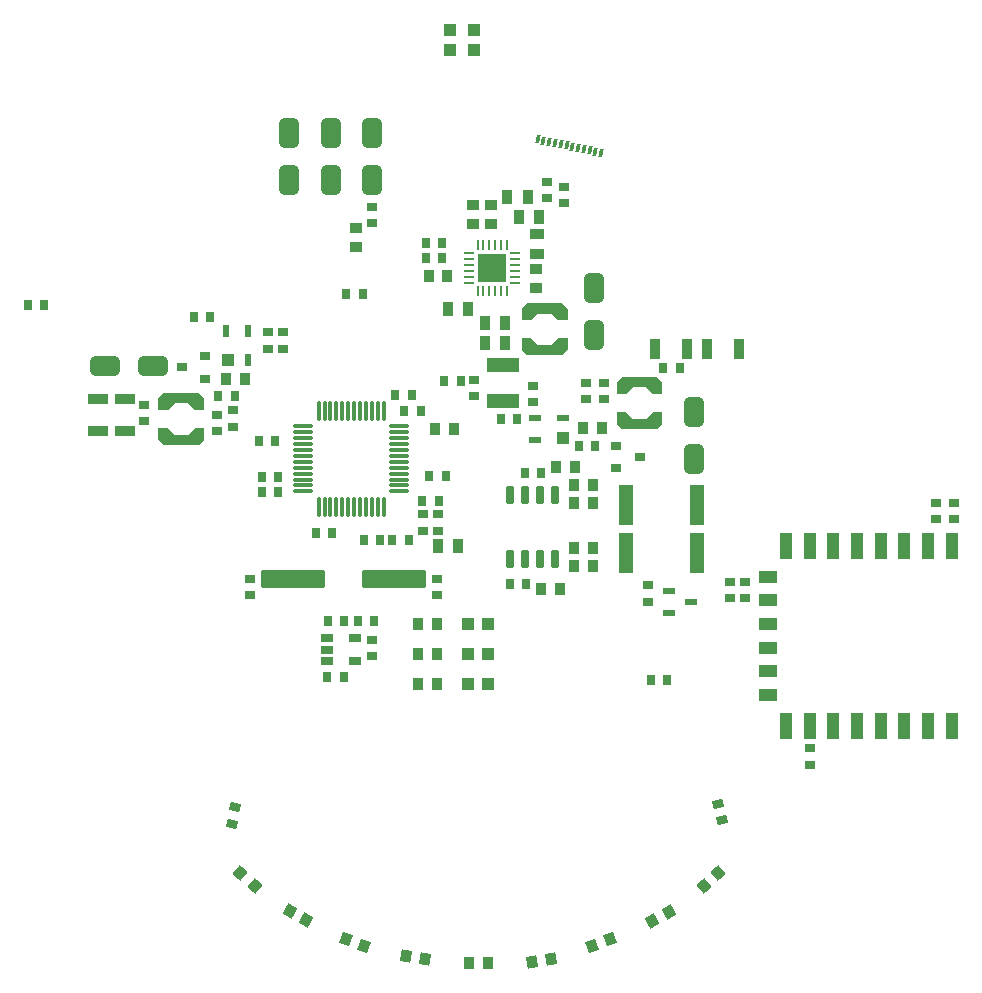
<source format=gtp>
G04 Layer_Color=8421504*
%FSLAX25Y25*%
%MOIN*%
G70*
G01*
G75*
G04:AMPARAMS|DCode=10|XSize=98.42mil|YSize=66.93mil|CornerRadius=16.73mil|HoleSize=0mil|Usage=FLASHONLY|Rotation=270.000|XOffset=0mil|YOffset=0mil|HoleType=Round|Shape=RoundedRectangle|*
%AMROUNDEDRECTD10*
21,1,0.09842,0.03347,0,0,270.0*
21,1,0.06496,0.06693,0,0,270.0*
1,1,0.03346,-0.01673,-0.03248*
1,1,0.03346,-0.01673,0.03248*
1,1,0.03346,0.01673,0.03248*
1,1,0.03346,0.01673,-0.03248*
%
%ADD10ROUNDEDRECTD10*%
%ADD11R,0.02756X0.03543*%
G04:AMPARAMS|DCode=12|XSize=12.6mil|YSize=27.56mil|CornerRadius=0mil|HoleSize=0mil|Usage=FLASHONLY|Rotation=168.000|XOffset=0mil|YOffset=0mil|HoleType=Round|Shape=Rectangle|*
%AMROTATEDRECTD12*
4,1,4,0.00903,0.01217,0.00330,-0.01479,-0.00903,-0.01217,-0.00330,0.01479,0.00903,0.01217,0.0*
%
%ADD12ROTATEDRECTD12*%

%ADD13R,0.07874X0.01968*%
%ADD14R,0.04921X0.13189*%
%ADD15R,0.03543X0.02756*%
%ADD16R,0.10630X0.04528*%
G04:AMPARAMS|DCode=17|XSize=39.37mil|YSize=35.43mil|CornerRadius=0mil|HoleSize=0mil|Usage=FLASHONLY|Rotation=130.000|XOffset=0mil|YOffset=0mil|HoleType=Round|Shape=Rectangle|*
%AMROTATEDRECTD17*
4,1,4,0.02623,-0.00369,-0.00092,-0.02647,-0.02623,0.00369,0.00092,0.02647,0.02623,-0.00369,0.0*
%
%ADD17ROTATEDRECTD17*%

G04:AMPARAMS|DCode=18|XSize=39.37mil|YSize=35.43mil|CornerRadius=0mil|HoleSize=0mil|Usage=FLASHONLY|Rotation=120.000|XOffset=0mil|YOffset=0mil|HoleType=Round|Shape=Rectangle|*
%AMROTATEDRECTD18*
4,1,4,0.02519,-0.00819,-0.00550,-0.02591,-0.02519,0.00819,0.00550,0.02591,0.02519,-0.00819,0.0*
%
%ADD18ROTATEDRECTD18*%

G04:AMPARAMS|DCode=19|XSize=39.37mil|YSize=35.43mil|CornerRadius=0mil|HoleSize=0mil|Usage=FLASHONLY|Rotation=110.000|XOffset=0mil|YOffset=0mil|HoleType=Round|Shape=Rectangle|*
%AMROTATEDRECTD19*
4,1,4,0.02338,-0.01244,-0.00991,-0.02456,-0.02338,0.01244,0.00991,0.02456,0.02338,-0.01244,0.0*
%
%ADD19ROTATEDRECTD19*%

G04:AMPARAMS|DCode=20|XSize=39.37mil|YSize=35.43mil|CornerRadius=0mil|HoleSize=0mil|Usage=FLASHONLY|Rotation=100.000|XOffset=0mil|YOffset=0mil|HoleType=Round|Shape=Rectangle|*
%AMROTATEDRECTD20*
4,1,4,0.02087,-0.01631,-0.01403,-0.02246,-0.02087,0.01631,0.01403,0.02246,0.02087,-0.01631,0.0*
%
%ADD20ROTATEDRECTD20*%

%ADD21R,0.03543X0.03937*%
G04:AMPARAMS|DCode=22|XSize=39.37mil|YSize=35.43mil|CornerRadius=0mil|HoleSize=0mil|Usage=FLASHONLY|Rotation=80.000|XOffset=0mil|YOffset=0mil|HoleType=Round|Shape=Rectangle|*
%AMROTATEDRECTD22*
4,1,4,0.01403,-0.02246,-0.02087,-0.01631,-0.01403,0.02246,0.02087,0.01631,0.01403,-0.02246,0.0*
%
%ADD22ROTATEDRECTD22*%

G04:AMPARAMS|DCode=23|XSize=39.37mil|YSize=35.43mil|CornerRadius=0mil|HoleSize=0mil|Usage=FLASHONLY|Rotation=70.000|XOffset=0mil|YOffset=0mil|HoleType=Round|Shape=Rectangle|*
%AMROTATEDRECTD23*
4,1,4,0.00991,-0.02456,-0.02338,-0.01244,-0.00991,0.02456,0.02338,0.01244,0.00991,-0.02456,0.0*
%
%ADD23ROTATEDRECTD23*%

G04:AMPARAMS|DCode=24|XSize=39.37mil|YSize=35.43mil|CornerRadius=0mil|HoleSize=0mil|Usage=FLASHONLY|Rotation=60.000|XOffset=0mil|YOffset=0mil|HoleType=Round|Shape=Rectangle|*
%AMROTATEDRECTD24*
4,1,4,0.00550,-0.02591,-0.02519,-0.00819,-0.00550,0.02591,0.02519,0.00819,0.00550,-0.02591,0.0*
%
%ADD24ROTATEDRECTD24*%

G04:AMPARAMS|DCode=25|XSize=39.37mil|YSize=35.43mil|CornerRadius=0mil|HoleSize=0mil|Usage=FLASHONLY|Rotation=50.000|XOffset=0mil|YOffset=0mil|HoleType=Round|Shape=Rectangle|*
%AMROTATEDRECTD25*
4,1,4,0.00092,-0.02647,-0.02623,-0.00369,-0.00092,0.02647,0.02623,0.00369,0.00092,-0.02647,0.0*
%
%ADD25ROTATEDRECTD25*%

G04:AMPARAMS|DCode=26|XSize=35.43mil|YSize=27.56mil|CornerRadius=0mil|HoleSize=0mil|Usage=FLASHONLY|Rotation=192.000|XOffset=0mil|YOffset=0mil|HoleType=Round|Shape=Rectangle|*
%AMROTATEDRECTD26*
4,1,4,0.01446,0.01716,0.02019,-0.00979,-0.01446,-0.01716,-0.02019,0.00979,0.01446,0.01716,0.0*
%
%ADD26ROTATEDRECTD26*%

G04:AMPARAMS|DCode=27|XSize=35.43mil|YSize=27.56mil|CornerRadius=0mil|HoleSize=0mil|Usage=FLASHONLY|Rotation=168.000|XOffset=0mil|YOffset=0mil|HoleType=Round|Shape=Rectangle|*
%AMROTATEDRECTD27*
4,1,4,0.02019,0.00979,0.01446,-0.01716,-0.02019,-0.00979,-0.01446,0.01716,0.02019,0.00979,0.0*
%
%ADD27ROTATEDRECTD27*%

%ADD28R,0.03347X0.05118*%
%ADD29R,0.03937X0.03543*%
%ADD30R,0.05118X0.03347*%
%ADD31R,0.03740X0.06693*%
%ADD32R,0.06693X0.03740*%
G04:AMPARAMS|DCode=33|XSize=98.42mil|YSize=66.93mil|CornerRadius=16.73mil|HoleSize=0mil|Usage=FLASHONLY|Rotation=180.000|XOffset=0mil|YOffset=0mil|HoleType=Round|Shape=RoundedRectangle|*
%AMROUNDEDRECTD33*
21,1,0.09842,0.03347,0,0,180.0*
21,1,0.06496,0.06693,0,0,180.0*
1,1,0.03346,-0.03248,0.01673*
1,1,0.03346,0.03248,0.01673*
1,1,0.03346,0.03248,-0.01673*
1,1,0.03346,-0.03248,-0.01673*
%
%ADD33ROUNDEDRECTD33*%
%ADD34R,0.03937X0.03937*%
%ADD35R,0.03937X0.03937*%
%ADD36R,0.03937X0.03937*%
%ADD37R,0.03937X0.02362*%
%ADD38R,0.03937X0.03937*%
%ADD39R,0.02362X0.03937*%
%ADD40R,0.03543X0.03150*%
%ADD42R,0.04331X0.02559*%
G04:AMPARAMS|DCode=43|XSize=23.62mil|YSize=57.09mil|CornerRadius=2.01mil|HoleSize=0mil|Usage=FLASHONLY|Rotation=180.000|XOffset=0mil|YOffset=0mil|HoleType=Round|Shape=RoundedRectangle|*
%AMROUNDEDRECTD43*
21,1,0.02362,0.05307,0,0,180.0*
21,1,0.01961,0.05709,0,0,180.0*
1,1,0.00402,-0.00980,0.02653*
1,1,0.00402,0.00980,0.02653*
1,1,0.00402,0.00980,-0.02653*
1,1,0.00402,-0.00980,-0.02653*
%
%ADD43ROUNDEDRECTD43*%
%ADD44O,0.07087X0.01181*%
%ADD45O,0.01181X0.07087*%
G04:AMPARAMS|DCode=47|XSize=216.54mil|YSize=59.05mil|CornerRadius=7.38mil|HoleSize=0mil|Usage=FLASHONLY|Rotation=180.000|XOffset=0mil|YOffset=0mil|HoleType=Round|Shape=RoundedRectangle|*
%AMROUNDEDRECTD47*
21,1,0.21654,0.04429,0,0,180.0*
21,1,0.20177,0.05905,0,0,180.0*
1,1,0.01476,-0.10089,0.02215*
1,1,0.01476,0.10089,0.02215*
1,1,0.01476,0.10089,-0.02215*
1,1,0.01476,-0.10089,-0.02215*
%
%ADD47ROUNDEDRECTD47*%
%ADD48O,0.00984X0.03740*%
%ADD49O,0.03740X0.00984*%
%ADD50R,0.09646X0.09646*%
%ADD51R,0.03937X0.08858*%
%ADD52R,0.05905X0.03937*%
%ADD53R,0.04331X0.02362*%
G36*
X-93067Y70114D02*
X-91295Y68342D01*
X-91295Y64406D01*
X-94406Y64406D01*
X-96689Y66689D01*
X-101217Y66689D01*
X-103500Y64406D01*
X-106610Y64406D01*
X-106610Y68362D01*
X-104858Y70114D01*
X-93067Y70114D01*
D02*
G37*
G36*
X61394Y63811D02*
X61394Y59855D01*
X59642Y58102D01*
X47850Y58103D01*
X46079Y59874D01*
X46079Y63811D01*
X49189Y63811D01*
X51472Y61528D01*
X56000Y61528D01*
X58284Y63811D01*
X61394Y63811D01*
D02*
G37*
G36*
X-91295Y58500D02*
X-91295Y54563D01*
X-93067Y52792D01*
X-104858Y52791D01*
X-106610Y54543D01*
X-106610Y58500D01*
X-103500Y58500D01*
X-101217Y56217D01*
X-96689D01*
X-94406Y58500D01*
X-91295Y58500D01*
D02*
G37*
G36*
X27986Y100070D02*
X29758Y98298D01*
X29757Y94361D01*
X26647D01*
X24364Y96645D01*
X19836Y96645D01*
X17553Y94361D01*
X14443Y94361D01*
X14443Y98318D01*
X16195Y100070D01*
X27986Y100070D01*
D02*
G37*
G36*
X29757Y88456D02*
X29758Y84519D01*
X27986Y82748D01*
X16195Y82747D01*
X14443Y84499D01*
X14443Y88456D01*
X17553Y88456D01*
X19836Y86172D01*
X24364Y86172D01*
X26647Y88456D01*
X29757Y88456D01*
D02*
G37*
G36*
X61394Y73673D02*
X61394Y69717D01*
X58283Y69717D01*
X56000Y72000D01*
X51472Y72000D01*
X49189Y69717D01*
X46079Y69717D01*
X46079Y73653D01*
X47850Y75425D01*
X59642Y75425D01*
X61394Y73673D01*
D02*
G37*
D10*
X38500Y89326D02*
D03*
X38500Y105074D02*
D03*
X-63200Y156874D02*
D03*
X-63200Y141126D02*
D03*
X72000Y63874D02*
D03*
Y48126D02*
D03*
X-49000Y141126D02*
D03*
Y156874D02*
D03*
X-35500Y141126D02*
D03*
Y156874D02*
D03*
D11*
X-22244Y69600D02*
D03*
X-27756D02*
D03*
X33444Y52400D02*
D03*
X38956D02*
D03*
X-94856Y95500D02*
D03*
X-89344Y95500D02*
D03*
X-50356Y-24500D02*
D03*
X-44844Y-24500D02*
D03*
X-54156Y23500D02*
D03*
X-48644Y23500D02*
D03*
X-34744Y-6000D02*
D03*
X-40256Y-6000D02*
D03*
X-24756Y64000D02*
D03*
X-19244Y64000D02*
D03*
X-50256Y-6000D02*
D03*
X-44744Y-6000D02*
D03*
X-32744Y21000D02*
D03*
X-38256Y21000D02*
D03*
X-13144Y34300D02*
D03*
X-18656Y34300D02*
D03*
X-67644Y54000D02*
D03*
X-73156Y54000D02*
D03*
X67156Y78500D02*
D03*
X61644Y78500D02*
D03*
X-16356Y42500D02*
D03*
X-10844D02*
D03*
X12956Y61400D02*
D03*
X7444Y61400D02*
D03*
X-43956Y103200D02*
D03*
X-38444D02*
D03*
X-144744Y99500D02*
D03*
X-150256Y99500D02*
D03*
X-28756Y21000D02*
D03*
X-23244D02*
D03*
X15935Y6417D02*
D03*
X10423Y6417D02*
D03*
X20935Y43417D02*
D03*
X15423Y43417D02*
D03*
X-11356Y74200D02*
D03*
X-5844Y74200D02*
D03*
X-66644Y37200D02*
D03*
X-72156Y37200D02*
D03*
X-66644Y42000D02*
D03*
X-72156Y42000D02*
D03*
X-17533Y115096D02*
D03*
X-12021D02*
D03*
Y119996D02*
D03*
X-17533D02*
D03*
X-86700Y69000D02*
D03*
X-81188Y69000D02*
D03*
X57544Y-25500D02*
D03*
X63056Y-25500D02*
D03*
D12*
X19803Y154720D02*
D03*
X21729Y154311D02*
D03*
X23654Y153902D02*
D03*
X25579Y153492D02*
D03*
X27505Y153083D02*
D03*
X29430Y152674D02*
D03*
X31356Y152265D02*
D03*
X33281Y151855D02*
D03*
X35207Y151446D02*
D03*
X37132Y151037D02*
D03*
X39058Y150628D02*
D03*
X40983Y150218D02*
D03*
D13*
X22100Y98200D02*
D03*
X22100Y84617D02*
D03*
X53736Y73555D02*
D03*
X53736Y59973D02*
D03*
X-98953Y54661D02*
D03*
X-98953Y68244D02*
D03*
D14*
X49289Y32800D02*
D03*
X72911Y32800D02*
D03*
X49289Y16900D02*
D03*
X72911D02*
D03*
D15*
X-65200Y84944D02*
D03*
X-65200Y90456D02*
D03*
X-70247Y84883D02*
D03*
X-70247Y90395D02*
D03*
X-87053Y62917D02*
D03*
X-87053Y57406D02*
D03*
X-81799Y64367D02*
D03*
Y58855D02*
D03*
X41736Y68008D02*
D03*
Y73520D02*
D03*
X35736Y68008D02*
D03*
Y73520D02*
D03*
X-35300Y-12144D02*
D03*
X-35300Y-17656D02*
D03*
X-18500Y24244D02*
D03*
X-18500Y29756D02*
D03*
X-13500Y24244D02*
D03*
X-13500Y29756D02*
D03*
X-76200Y2744D02*
D03*
X-76200Y8256D02*
D03*
X-13700Y2744D02*
D03*
X-13700Y8256D02*
D03*
X18100Y67044D02*
D03*
X18100Y72556D02*
D03*
X-111300Y66312D02*
D03*
X-111300Y60800D02*
D03*
X28400Y133344D02*
D03*
X28400Y138856D02*
D03*
X-35500Y126744D02*
D03*
X-35500Y132256D02*
D03*
X-1600Y69044D02*
D03*
Y74556D02*
D03*
X84000Y7256D02*
D03*
Y1744D02*
D03*
X89000Y7256D02*
D03*
Y1744D02*
D03*
X158500Y33512D02*
D03*
X158500Y28000D02*
D03*
X152500Y33512D02*
D03*
X152500Y28000D02*
D03*
X110500Y-48244D02*
D03*
Y-53756D02*
D03*
X22900Y135044D02*
D03*
X22900Y140556D02*
D03*
X56700Y6056D02*
D03*
Y544D02*
D03*
D16*
X8300Y67594D02*
D03*
Y79405D02*
D03*
D17*
X75174Y-94049D02*
D03*
X80000Y-90000D02*
D03*
D18*
X58000Y-106000D02*
D03*
X63455Y-102850D02*
D03*
D19*
X38040Y-114077D02*
D03*
X43960Y-111923D02*
D03*
D20*
X17898Y-119547D02*
D03*
X24102Y-118453D02*
D03*
D21*
X-3150Y-120000D02*
D03*
X3150Y-120000D02*
D03*
X32030Y18417D02*
D03*
X38329Y18417D02*
D03*
X32030Y39417D02*
D03*
X38329Y39417D02*
D03*
X-14350Y58000D02*
D03*
X-8050Y58000D02*
D03*
X-10272Y109296D02*
D03*
X-16571D02*
D03*
X41250Y58600D02*
D03*
X34950D02*
D03*
X-84102Y74661D02*
D03*
X-77803D02*
D03*
X32030Y12417D02*
D03*
X38329Y12417D02*
D03*
X-20000Y-16800D02*
D03*
X-13701Y-16800D02*
D03*
X32030Y33417D02*
D03*
X38329Y33417D02*
D03*
X-20000Y-26800D02*
D03*
X-13701Y-26800D02*
D03*
X-20000Y-6800D02*
D03*
X-13701Y-6800D02*
D03*
X21050Y4800D02*
D03*
X27350Y4800D02*
D03*
X26030Y45417D02*
D03*
X32329Y45417D02*
D03*
D22*
X-24102Y-117453D02*
D03*
X-17898Y-118547D02*
D03*
D23*
X-43960Y-111923D02*
D03*
X-38040Y-114077D02*
D03*
D24*
X-62728Y-102425D02*
D03*
X-57272Y-105575D02*
D03*
D25*
X-79413Y-89976D02*
D03*
X-74587Y-94024D02*
D03*
D26*
X79927Y-66804D02*
D03*
X81073Y-72196D02*
D03*
D27*
X-81000Y-68000D02*
D03*
X-82146Y-73391D02*
D03*
D28*
X16425Y135396D02*
D03*
X9732D02*
D03*
X13632Y128696D02*
D03*
X20325Y128696D02*
D03*
X2154Y93500D02*
D03*
X8846Y93500D02*
D03*
X2132Y86896D02*
D03*
X8825Y86896D02*
D03*
X-3554Y98200D02*
D03*
X-10246Y98200D02*
D03*
X-6654Y19000D02*
D03*
X-13346Y19000D02*
D03*
D29*
X19178Y111446D02*
D03*
X19178Y105147D02*
D03*
X-1822Y126446D02*
D03*
X-1822Y132746D02*
D03*
X4378Y126446D02*
D03*
X4378Y132746D02*
D03*
X-40781Y125006D02*
D03*
Y118706D02*
D03*
D30*
X19679Y116450D02*
D03*
Y123143D02*
D03*
D31*
X58985Y84800D02*
D03*
X69615Y84800D02*
D03*
X86915Y84700D02*
D03*
X76285Y84700D02*
D03*
D32*
X-126700Y57485D02*
D03*
X-126700Y68115D02*
D03*
X-117800Y57485D02*
D03*
X-117800Y68115D02*
D03*
D33*
X-124274Y79200D02*
D03*
X-108526Y79200D02*
D03*
D34*
X-9353Y191226D02*
D03*
X-9353Y184533D02*
D03*
X-1479Y191226D02*
D03*
X-1479Y184533D02*
D03*
D35*
X-3347Y-16800D02*
D03*
X3347Y-16800D02*
D03*
X-3346Y-26800D02*
D03*
X3347Y-26800D02*
D03*
X-3347Y-6800D02*
D03*
X3347Y-6800D02*
D03*
D36*
X28388Y55208D02*
D03*
D37*
X28388Y61901D02*
D03*
X18939Y61901D02*
D03*
X18939Y54420D02*
D03*
D38*
X-83453Y81276D02*
D03*
D39*
X-76760Y81276D02*
D03*
X-76760Y90724D02*
D03*
X-84240Y90724D02*
D03*
D40*
X45862Y52504D02*
D03*
Y45024D02*
D03*
X53736Y48764D02*
D03*
X-91016Y74921D02*
D03*
X-91016Y82402D02*
D03*
X-98890Y78661D02*
D03*
D42*
X-40975Y-11660D02*
D03*
X-40976Y-19140D02*
D03*
X-50424Y-19140D02*
D03*
X-50424Y-15400D02*
D03*
X-50424Y-11660D02*
D03*
D43*
X25679Y36146D02*
D03*
X20679Y36146D02*
D03*
X15679Y36146D02*
D03*
X10679Y36146D02*
D03*
X25679Y14689D02*
D03*
X20679Y14689D02*
D03*
X15679D02*
D03*
X10679Y14689D02*
D03*
D44*
X-58345Y37373D02*
D03*
X-58345Y39342D02*
D03*
X-58345Y41310D02*
D03*
X-58345Y43279D02*
D03*
X-58345Y45247D02*
D03*
X-58345Y47216D02*
D03*
X-58345Y49184D02*
D03*
X-58345Y51153D02*
D03*
X-58345Y53121D02*
D03*
X-58345Y55090D02*
D03*
X-58345Y57058D02*
D03*
X-58345Y59027D02*
D03*
X-26455Y59027D02*
D03*
Y57058D02*
D03*
Y55090D02*
D03*
X-26455Y53121D02*
D03*
X-26455Y51153D02*
D03*
X-26455Y49184D02*
D03*
X-26455Y47216D02*
D03*
X-26455Y45247D02*
D03*
X-26455Y43279D02*
D03*
Y41310D02*
D03*
X-26455Y39342D02*
D03*
X-26455Y37373D02*
D03*
D45*
X-53227Y64145D02*
D03*
X-51258Y64145D02*
D03*
X-49290Y64145D02*
D03*
X-47321Y64145D02*
D03*
X-45353Y64145D02*
D03*
X-43384Y64145D02*
D03*
X-41416Y64145D02*
D03*
X-39447Y64145D02*
D03*
X-37479Y64145D02*
D03*
X-35510Y64145D02*
D03*
X-33542Y64145D02*
D03*
X-31573Y64145D02*
D03*
X-31573Y32255D02*
D03*
X-33542Y32255D02*
D03*
X-35510Y32255D02*
D03*
X-37479Y32255D02*
D03*
X-39447Y32255D02*
D03*
X-41416Y32255D02*
D03*
X-43384Y32255D02*
D03*
X-45353Y32255D02*
D03*
X-47321Y32255D02*
D03*
X-49290Y32255D02*
D03*
X-51258Y32255D02*
D03*
X-53227Y32255D02*
D03*
D47*
X-61632Y8200D02*
D03*
X-28168Y8200D02*
D03*
D48*
X9600Y119473D02*
D03*
X7631Y119473D02*
D03*
X5663Y119473D02*
D03*
X3694Y119473D02*
D03*
X1726D02*
D03*
X-243Y119473D02*
D03*
X-243Y104119D02*
D03*
X1726Y104119D02*
D03*
X3694D02*
D03*
X5663Y104119D02*
D03*
X7631Y104119D02*
D03*
X9600D02*
D03*
D49*
X-2999Y116717D02*
D03*
X-2999Y114749D02*
D03*
X-2999Y112780D02*
D03*
X-2999Y110812D02*
D03*
X-2999Y108843D02*
D03*
Y106875D02*
D03*
X12356Y106875D02*
D03*
X12356Y108843D02*
D03*
Y110812D02*
D03*
X12356Y112780D02*
D03*
X12356Y114749D02*
D03*
X12356Y116717D02*
D03*
D50*
X4679Y111796D02*
D03*
D51*
X102630Y-40800D02*
D03*
X110504D02*
D03*
X118378Y-40800D02*
D03*
X126252Y-40800D02*
D03*
X134126Y-40800D02*
D03*
X142000D02*
D03*
X149874Y-40800D02*
D03*
X157748Y-40800D02*
D03*
Y19239D02*
D03*
X149874Y19239D02*
D03*
X142000Y19239D02*
D03*
X134126Y19239D02*
D03*
X126252Y19239D02*
D03*
X118378Y19239D02*
D03*
X110504Y19239D02*
D03*
X102630Y19239D02*
D03*
D52*
X96724Y8905D02*
D03*
X96724Y1031D02*
D03*
X96724Y-6843D02*
D03*
X96724Y-14717D02*
D03*
X96724Y-22591D02*
D03*
X96724Y-30465D02*
D03*
D53*
X63560Y4240D02*
D03*
Y-3240D02*
D03*
X71040Y500D02*
D03*
M02*

</source>
